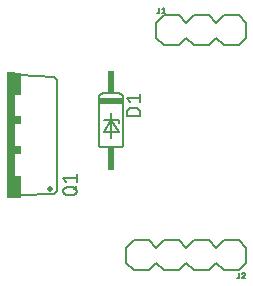
<source format=gbr>
G04 EAGLE Gerber RS-274X export*
G75*
%MOMM*%
%FSLAX34Y34*%
%LPD*%
%INSilkscreen Top*%
%IPPOS*%
%AMOC8*
5,1,8,0,0,1.08239X$1,22.5*%
G01*
%ADD10C,0.152400*%
%ADD11R,2.032000X0.508000*%
%ADD12R,0.508000X1.905000*%
%ADD13C,0.127000*%
%ADD14C,0.203200*%
%ADD15C,0.508000*%
%ADD16R,0.762000X10.668000*%
%ADD17R,0.508000X0.762000*%


D10*
X114300Y158750D02*
X114300Y152400D01*
X120650Y142240D02*
X107950Y142240D01*
X114300Y152400D01*
X114300Y137160D01*
X120650Y142240D02*
X114300Y152400D01*
X107950Y152400D01*
X120650Y152400D02*
X120650Y149860D01*
X120650Y152400D02*
X114300Y152400D01*
X124460Y132080D02*
X124458Y131980D01*
X124452Y131881D01*
X124442Y131781D01*
X124429Y131683D01*
X124411Y131584D01*
X124390Y131487D01*
X124365Y131391D01*
X124336Y131295D01*
X124303Y131201D01*
X124267Y131108D01*
X124227Y131017D01*
X124183Y130927D01*
X124136Y130839D01*
X124086Y130753D01*
X124032Y130669D01*
X123975Y130587D01*
X123915Y130508D01*
X123851Y130430D01*
X123785Y130356D01*
X123716Y130284D01*
X123644Y130215D01*
X123570Y130149D01*
X123492Y130085D01*
X123413Y130025D01*
X123331Y129968D01*
X123247Y129914D01*
X123161Y129864D01*
X123073Y129817D01*
X122983Y129773D01*
X122892Y129733D01*
X122799Y129697D01*
X122705Y129664D01*
X122609Y129635D01*
X122513Y129610D01*
X122416Y129589D01*
X122317Y129571D01*
X122219Y129558D01*
X122119Y129548D01*
X122020Y129542D01*
X121920Y129540D01*
X124460Y172720D02*
X124458Y172820D01*
X124452Y172919D01*
X124442Y173019D01*
X124429Y173117D01*
X124411Y173216D01*
X124390Y173313D01*
X124365Y173409D01*
X124336Y173505D01*
X124303Y173599D01*
X124267Y173692D01*
X124227Y173783D01*
X124183Y173873D01*
X124136Y173961D01*
X124086Y174047D01*
X124032Y174131D01*
X123975Y174213D01*
X123915Y174292D01*
X123851Y174370D01*
X123785Y174444D01*
X123716Y174516D01*
X123644Y174585D01*
X123570Y174651D01*
X123492Y174715D01*
X123413Y174775D01*
X123331Y174832D01*
X123247Y174886D01*
X123161Y174936D01*
X123073Y174983D01*
X122983Y175027D01*
X122892Y175067D01*
X122799Y175103D01*
X122705Y175136D01*
X122609Y175165D01*
X122513Y175190D01*
X122416Y175211D01*
X122317Y175229D01*
X122219Y175242D01*
X122119Y175252D01*
X122020Y175258D01*
X121920Y175260D01*
X106680Y175260D02*
X106580Y175258D01*
X106481Y175252D01*
X106381Y175242D01*
X106283Y175229D01*
X106184Y175211D01*
X106087Y175190D01*
X105991Y175165D01*
X105895Y175136D01*
X105801Y175103D01*
X105708Y175067D01*
X105617Y175027D01*
X105527Y174983D01*
X105439Y174936D01*
X105353Y174886D01*
X105269Y174832D01*
X105187Y174775D01*
X105108Y174715D01*
X105030Y174651D01*
X104956Y174585D01*
X104884Y174516D01*
X104815Y174444D01*
X104749Y174370D01*
X104685Y174292D01*
X104625Y174213D01*
X104568Y174131D01*
X104514Y174047D01*
X104464Y173961D01*
X104417Y173873D01*
X104373Y173783D01*
X104333Y173692D01*
X104297Y173599D01*
X104264Y173505D01*
X104235Y173409D01*
X104210Y173313D01*
X104189Y173216D01*
X104171Y173117D01*
X104158Y173019D01*
X104148Y172919D01*
X104142Y172820D01*
X104140Y172720D01*
X104140Y132080D02*
X104142Y131980D01*
X104148Y131881D01*
X104158Y131781D01*
X104171Y131683D01*
X104189Y131584D01*
X104210Y131487D01*
X104235Y131391D01*
X104264Y131295D01*
X104297Y131201D01*
X104333Y131108D01*
X104373Y131017D01*
X104417Y130927D01*
X104464Y130839D01*
X104514Y130753D01*
X104568Y130669D01*
X104625Y130587D01*
X104685Y130508D01*
X104749Y130430D01*
X104815Y130356D01*
X104884Y130284D01*
X104956Y130215D01*
X105030Y130149D01*
X105108Y130085D01*
X105187Y130025D01*
X105269Y129968D01*
X105353Y129914D01*
X105439Y129864D01*
X105527Y129817D01*
X105617Y129773D01*
X105708Y129733D01*
X105801Y129697D01*
X105895Y129664D01*
X105991Y129635D01*
X106087Y129610D01*
X106184Y129589D01*
X106283Y129571D01*
X106381Y129558D01*
X106481Y129548D01*
X106580Y129542D01*
X106680Y129540D01*
X121920Y129540D01*
X121920Y175260D02*
X106680Y175260D01*
X124460Y172720D02*
X124460Y132080D01*
X104140Y132080D02*
X104140Y172720D01*
D11*
X114300Y168910D03*
D12*
X114300Y120015D03*
X114300Y184785D03*
D13*
X127635Y156464D02*
X139065Y156464D01*
X127635Y156464D02*
X127635Y159639D01*
X127637Y159750D01*
X127643Y159860D01*
X127652Y159971D01*
X127666Y160081D01*
X127683Y160190D01*
X127704Y160299D01*
X127729Y160407D01*
X127758Y160514D01*
X127790Y160620D01*
X127826Y160725D01*
X127866Y160828D01*
X127909Y160930D01*
X127956Y161031D01*
X128007Y161130D01*
X128060Y161227D01*
X128117Y161321D01*
X128178Y161414D01*
X128241Y161505D01*
X128308Y161594D01*
X128378Y161680D01*
X128451Y161763D01*
X128526Y161845D01*
X128604Y161923D01*
X128686Y161998D01*
X128769Y162071D01*
X128855Y162141D01*
X128944Y162208D01*
X129035Y162271D01*
X129128Y162332D01*
X129223Y162389D01*
X129319Y162442D01*
X129418Y162493D01*
X129519Y162540D01*
X129621Y162583D01*
X129724Y162623D01*
X129829Y162659D01*
X129935Y162691D01*
X130042Y162720D01*
X130150Y162745D01*
X130259Y162766D01*
X130368Y162783D01*
X130478Y162797D01*
X130589Y162806D01*
X130699Y162812D01*
X130810Y162814D01*
X135890Y162814D01*
X136001Y162812D01*
X136111Y162806D01*
X136222Y162797D01*
X136332Y162783D01*
X136441Y162766D01*
X136550Y162745D01*
X136658Y162720D01*
X136765Y162691D01*
X136871Y162659D01*
X136976Y162623D01*
X137079Y162583D01*
X137181Y162540D01*
X137282Y162493D01*
X137381Y162442D01*
X137478Y162389D01*
X137572Y162332D01*
X137665Y162271D01*
X137756Y162208D01*
X137845Y162141D01*
X137931Y162071D01*
X138014Y161998D01*
X138096Y161923D01*
X138174Y161845D01*
X138249Y161763D01*
X138322Y161680D01*
X138392Y161594D01*
X138459Y161505D01*
X138522Y161414D01*
X138583Y161321D01*
X138640Y161227D01*
X138693Y161130D01*
X138744Y161031D01*
X138791Y160930D01*
X138834Y160828D01*
X138874Y160725D01*
X138910Y160620D01*
X138942Y160514D01*
X138971Y160407D01*
X138996Y160299D01*
X139017Y160190D01*
X139034Y160081D01*
X139048Y159971D01*
X139057Y159860D01*
X139063Y159750D01*
X139065Y159639D01*
X139065Y156464D01*
X130175Y168275D02*
X127635Y171450D01*
X139065Y171450D01*
X139065Y168275D02*
X139065Y174625D01*
D14*
X203200Y234950D02*
X209550Y241300D01*
X222250Y241300D01*
X228600Y234950D01*
X228600Y222250D02*
X222250Y215900D01*
X209550Y215900D01*
X203200Y222250D01*
X171450Y241300D02*
X158750Y241300D01*
X171450Y241300D02*
X177800Y234950D01*
X177800Y222250D02*
X171450Y215900D01*
X177800Y234950D02*
X184150Y241300D01*
X196850Y241300D01*
X203200Y234950D01*
X203200Y222250D02*
X196850Y215900D01*
X184150Y215900D01*
X177800Y222250D01*
X152400Y222250D02*
X152400Y234950D01*
X158750Y241300D01*
X152400Y222250D02*
X158750Y215900D01*
X171450Y215900D01*
X228600Y222250D02*
X228600Y234950D01*
D13*
X154644Y244277D02*
X154644Y248031D01*
X154643Y244277D02*
X154641Y244212D01*
X154635Y244148D01*
X154625Y244084D01*
X154612Y244020D01*
X154594Y243958D01*
X154573Y243897D01*
X154549Y243837D01*
X154520Y243779D01*
X154488Y243722D01*
X154453Y243668D01*
X154415Y243616D01*
X154373Y243566D01*
X154329Y243519D01*
X154282Y243475D01*
X154232Y243433D01*
X154180Y243395D01*
X154126Y243360D01*
X154069Y243328D01*
X154011Y243299D01*
X153951Y243275D01*
X153890Y243254D01*
X153828Y243236D01*
X153764Y243223D01*
X153700Y243213D01*
X153636Y243207D01*
X153571Y243205D01*
X153035Y243205D01*
X157592Y246959D02*
X158932Y248031D01*
X158932Y243205D01*
X157592Y243205D02*
X160273Y243205D01*
D14*
X146050Y25400D02*
X133350Y25400D01*
X127000Y31750D01*
X127000Y44450D02*
X133350Y50800D01*
X171450Y25400D02*
X177800Y31750D01*
X171450Y25400D02*
X158750Y25400D01*
X152400Y31750D01*
X152400Y44450D02*
X158750Y50800D01*
X171450Y50800D01*
X177800Y44450D01*
X152400Y31750D02*
X146050Y25400D01*
X152400Y44450D02*
X146050Y50800D01*
X133350Y50800D01*
X209550Y25400D02*
X222250Y25400D01*
X209550Y25400D02*
X203200Y31750D01*
X203200Y44450D02*
X209550Y50800D01*
X203200Y31750D02*
X196850Y25400D01*
X184150Y25400D01*
X177800Y31750D01*
X177800Y44450D02*
X184150Y50800D01*
X196850Y50800D01*
X203200Y44450D01*
X228600Y44450D02*
X228600Y31750D01*
X222250Y25400D01*
X228600Y44450D02*
X222250Y50800D01*
X209550Y50800D01*
X127000Y44450D02*
X127000Y31750D01*
D13*
X222336Y23495D02*
X222336Y19741D01*
X222334Y19676D01*
X222328Y19612D01*
X222318Y19548D01*
X222305Y19484D01*
X222287Y19422D01*
X222266Y19361D01*
X222242Y19301D01*
X222213Y19243D01*
X222181Y19186D01*
X222146Y19132D01*
X222108Y19080D01*
X222066Y19030D01*
X222022Y18983D01*
X221975Y18939D01*
X221925Y18897D01*
X221873Y18859D01*
X221819Y18824D01*
X221762Y18792D01*
X221704Y18763D01*
X221644Y18739D01*
X221583Y18718D01*
X221521Y18700D01*
X221457Y18687D01*
X221393Y18677D01*
X221329Y18671D01*
X221264Y18669D01*
X220727Y18669D01*
X226759Y23495D02*
X226827Y23493D01*
X226894Y23487D01*
X226961Y23478D01*
X227028Y23465D01*
X227093Y23448D01*
X227158Y23427D01*
X227221Y23403D01*
X227283Y23375D01*
X227343Y23344D01*
X227401Y23310D01*
X227457Y23272D01*
X227512Y23232D01*
X227563Y23188D01*
X227612Y23141D01*
X227659Y23092D01*
X227703Y23041D01*
X227743Y22986D01*
X227781Y22930D01*
X227815Y22872D01*
X227846Y22812D01*
X227874Y22750D01*
X227898Y22687D01*
X227919Y22622D01*
X227936Y22557D01*
X227949Y22490D01*
X227958Y22423D01*
X227964Y22356D01*
X227966Y22288D01*
X226759Y23495D02*
X226681Y23493D01*
X226603Y23487D01*
X226526Y23477D01*
X226449Y23464D01*
X226373Y23446D01*
X226298Y23425D01*
X226224Y23400D01*
X226152Y23371D01*
X226081Y23339D01*
X226012Y23303D01*
X225944Y23264D01*
X225879Y23221D01*
X225816Y23175D01*
X225755Y23126D01*
X225697Y23074D01*
X225642Y23019D01*
X225589Y22962D01*
X225540Y22902D01*
X225493Y22839D01*
X225450Y22775D01*
X225410Y22708D01*
X225373Y22639D01*
X225340Y22568D01*
X225310Y22496D01*
X225284Y22423D01*
X227563Y21350D02*
X227612Y21399D01*
X227659Y21451D01*
X227702Y21506D01*
X227743Y21563D01*
X227781Y21622D01*
X227815Y21683D01*
X227846Y21746D01*
X227874Y21810D01*
X227898Y21876D01*
X227918Y21942D01*
X227935Y22010D01*
X227948Y22079D01*
X227957Y22148D01*
X227963Y22218D01*
X227965Y22288D01*
X227563Y21350D02*
X225284Y18669D01*
X227965Y18669D01*
D10*
X68580Y186690D02*
X66040Y189230D01*
X68580Y186690D02*
X68580Y92710D01*
X66040Y90170D01*
X66040Y189230D02*
X36830Y190500D01*
X36830Y88900D02*
X66040Y90170D01*
D15*
X62484Y94742D03*
D16*
X29210Y139700D03*
D12*
X35560Y95885D03*
D17*
X35560Y127000D03*
X35560Y152400D03*
D12*
X35560Y183515D03*
D13*
X76962Y89535D02*
X82042Y89535D01*
X76962Y89535D02*
X76851Y89537D01*
X76741Y89543D01*
X76630Y89552D01*
X76520Y89566D01*
X76411Y89583D01*
X76302Y89604D01*
X76194Y89629D01*
X76087Y89658D01*
X75981Y89690D01*
X75876Y89726D01*
X75773Y89766D01*
X75671Y89809D01*
X75570Y89856D01*
X75471Y89907D01*
X75375Y89960D01*
X75280Y90017D01*
X75187Y90078D01*
X75096Y90141D01*
X75007Y90208D01*
X74921Y90278D01*
X74838Y90351D01*
X74756Y90426D01*
X74678Y90504D01*
X74603Y90586D01*
X74530Y90669D01*
X74460Y90755D01*
X74393Y90844D01*
X74330Y90935D01*
X74269Y91028D01*
X74212Y91122D01*
X74159Y91219D01*
X74108Y91318D01*
X74061Y91419D01*
X74018Y91521D01*
X73978Y91624D01*
X73942Y91729D01*
X73910Y91835D01*
X73881Y91942D01*
X73856Y92050D01*
X73835Y92159D01*
X73818Y92268D01*
X73804Y92378D01*
X73795Y92489D01*
X73789Y92599D01*
X73787Y92710D01*
X73789Y92821D01*
X73795Y92931D01*
X73804Y93042D01*
X73818Y93152D01*
X73835Y93261D01*
X73856Y93370D01*
X73881Y93478D01*
X73910Y93585D01*
X73942Y93691D01*
X73978Y93796D01*
X74018Y93899D01*
X74061Y94001D01*
X74108Y94102D01*
X74159Y94201D01*
X74212Y94298D01*
X74269Y94392D01*
X74330Y94485D01*
X74393Y94576D01*
X74460Y94665D01*
X74530Y94751D01*
X74603Y94834D01*
X74678Y94916D01*
X74756Y94994D01*
X74838Y95069D01*
X74921Y95142D01*
X75007Y95212D01*
X75096Y95279D01*
X75187Y95342D01*
X75280Y95403D01*
X75375Y95460D01*
X75471Y95513D01*
X75570Y95564D01*
X75671Y95611D01*
X75773Y95654D01*
X75876Y95694D01*
X75981Y95730D01*
X76087Y95762D01*
X76194Y95791D01*
X76302Y95816D01*
X76411Y95837D01*
X76520Y95854D01*
X76630Y95868D01*
X76741Y95877D01*
X76851Y95883D01*
X76962Y95885D01*
X82042Y95885D01*
X82153Y95883D01*
X82263Y95877D01*
X82374Y95868D01*
X82484Y95854D01*
X82593Y95837D01*
X82702Y95816D01*
X82810Y95791D01*
X82917Y95762D01*
X83023Y95730D01*
X83128Y95694D01*
X83231Y95654D01*
X83333Y95611D01*
X83434Y95564D01*
X83533Y95513D01*
X83630Y95460D01*
X83724Y95403D01*
X83817Y95342D01*
X83908Y95279D01*
X83997Y95212D01*
X84083Y95142D01*
X84166Y95069D01*
X84248Y94994D01*
X84326Y94916D01*
X84401Y94834D01*
X84474Y94751D01*
X84544Y94665D01*
X84611Y94576D01*
X84674Y94485D01*
X84735Y94392D01*
X84792Y94297D01*
X84845Y94201D01*
X84896Y94102D01*
X84943Y94001D01*
X84986Y93899D01*
X85026Y93796D01*
X85062Y93691D01*
X85094Y93585D01*
X85123Y93478D01*
X85148Y93370D01*
X85169Y93261D01*
X85186Y93152D01*
X85200Y93042D01*
X85209Y92931D01*
X85215Y92821D01*
X85217Y92710D01*
X85215Y92599D01*
X85209Y92489D01*
X85200Y92378D01*
X85186Y92268D01*
X85169Y92159D01*
X85148Y92050D01*
X85123Y91942D01*
X85094Y91835D01*
X85062Y91729D01*
X85026Y91624D01*
X84986Y91521D01*
X84943Y91419D01*
X84896Y91318D01*
X84845Y91219D01*
X84792Y91122D01*
X84735Y91028D01*
X84674Y90935D01*
X84611Y90844D01*
X84544Y90755D01*
X84474Y90669D01*
X84401Y90586D01*
X84326Y90504D01*
X84248Y90426D01*
X84166Y90351D01*
X84083Y90278D01*
X83997Y90208D01*
X83908Y90141D01*
X83817Y90078D01*
X83724Y90017D01*
X83629Y89960D01*
X83533Y89907D01*
X83434Y89856D01*
X83333Y89809D01*
X83231Y89766D01*
X83128Y89726D01*
X83023Y89690D01*
X82917Y89658D01*
X82810Y89629D01*
X82702Y89604D01*
X82593Y89583D01*
X82484Y89566D01*
X82374Y89552D01*
X82263Y89543D01*
X82153Y89537D01*
X82042Y89535D01*
X82677Y94615D02*
X85217Y97155D01*
X76327Y100596D02*
X73787Y103771D01*
X85217Y103771D01*
X85217Y100596D02*
X85217Y106946D01*
M02*

</source>
